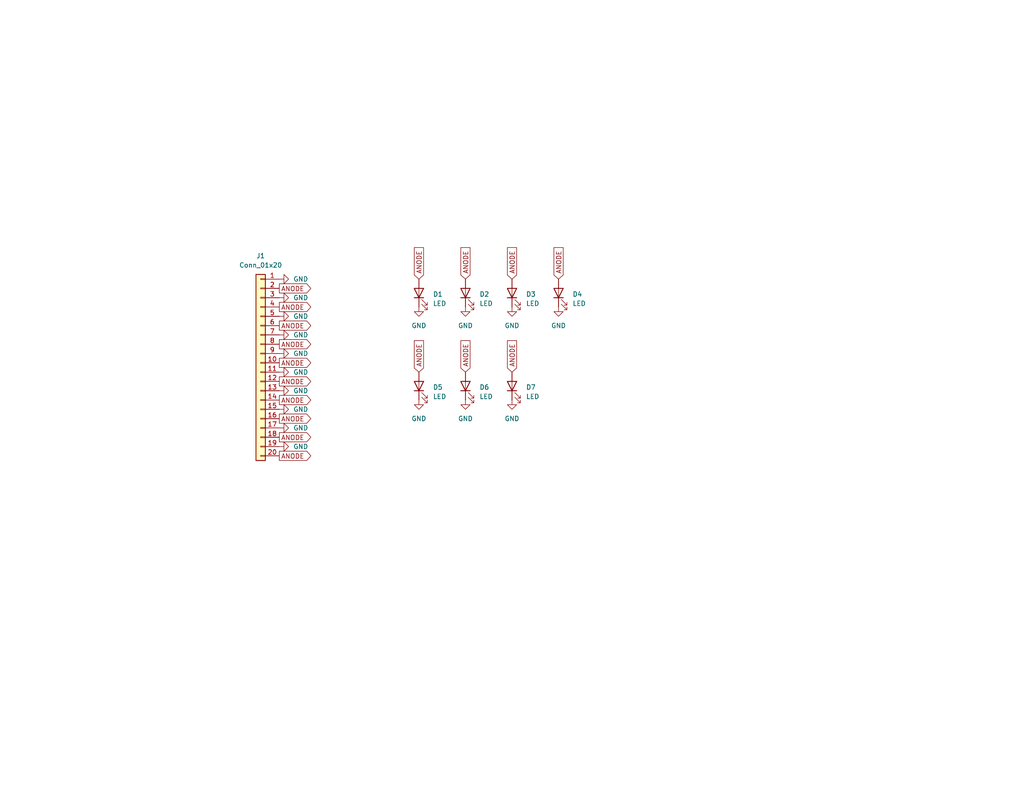
<source format=kicad_sch>
(kicad_sch (version 20211123) (generator eeschema)
  (paper "USLetter")
  (title_block (title "2021 Ornament") (date "2021-10-24") (rev "A") (company "Blaise Thompson"))
  (lib_symbols
    (symbol "Connector_Generic:Conn_01x20" (pin_names (offset 1.016) hide)
      (property "Reference" "J" (at 0 25.4 0))
      (property "Value" "Conn_01x20" (at 0 -27.94 0))
      (symbol "Conn_01x20_1_1"
        (rectangle (start -1.27 -25.273) (end 0 -25.527) (stroke (width 0.1524)))
        (rectangle (start -1.27 -22.733) (end 0 -22.987) (stroke (width 0.1524)))
        (rectangle (start -1.27 -20.193) (end 0 -20.447) (stroke (width 0.1524)))
        (rectangle (start -1.27 -17.653) (end 0 -17.907) (stroke (width 0.1524)))
        (rectangle (start -1.27 -15.113) (end 0 -15.367) (stroke (width 0.1524)))
        (rectangle (start -1.27 -12.573) (end 0 -12.827) (stroke (width 0.1524)))
        (rectangle (start -1.27 -10.033) (end 0 -10.287) (stroke (width 0.1524)))
        (rectangle (start -1.27 -7.493) (end 0 -7.747) (stroke (width 0.1524)))
        (rectangle (start -1.27 -4.953) (end 0 -5.207) (stroke (width 0.1524)))
        (rectangle (start -1.27 -2.413) (end 0 -2.667) (stroke (width 0.1524)))
        (rectangle (start -1.27 0.127) (end 0 -0.127) (stroke (width 0.1524)))
        (rectangle (start -1.27 2.667) (end 0 2.413) (stroke (width 0.1524)))
        (rectangle (start -1.27 5.207) (end 0 4.953) (stroke (width 0.1524)))
        (rectangle (start -1.27 7.747) (end 0 7.493) (stroke (width 0.1524)))
        (rectangle (start -1.27 10.287) (end 0 10.033) (stroke (width 0.1524)))
        (rectangle (start -1.27 12.827) (end 0 12.573) (stroke (width 0.1524)))
        (rectangle (start -1.27 15.367) (end 0 15.113) (stroke (width 0.1524)))
        (rectangle (start -1.27 17.907) (end 0 17.653) (stroke (width 0.1524)))
        (rectangle (start -1.27 20.447) (end 0 20.193) (stroke (width 0.1524)))
        (rectangle (start -1.27 22.987) (end 0 22.733) (stroke (width 0.1524)))
        (rectangle (start -1.27 24.13) (end 1.27 -26.67) (stroke (width 0.254)) (fill (type background)))
        (pin passive line (at -5.08 22.86 0) (length 3.81) (name "Pin_1") (number "1"))
        (pin passive line (at -5.08 0 0) (length 3.81) (name "Pin_10") (number "10"))
        (pin passive line (at -5.08 -2.54 0) (length 3.81) (name "Pin_11") (number "11"))
        (pin passive line (at -5.08 -5.08 0) (length 3.81) (name "Pin_12") (number "12"))
        (pin passive line (at -5.08 -7.62 0) (length 3.81) (name "Pin_13") (number "13"))
        (pin passive line (at -5.08 -10.16 0) (length 3.81) (name "Pin_14") (number "14"))
        (pin passive line (at -5.08 -12.7 0) (length 3.81) (name "Pin_15") (number "15"))
        (pin passive line (at -5.08 -15.24 0) (length 3.81) (name "Pin_16") (number "16"))
        (pin passive line (at -5.08 -17.78 0) (length 3.81) (name "Pin_17") (number "17"))
        (pin passive line (at -5.08 -20.32 0) (length 3.81) (name "Pin_18") (number "18"))
        (pin passive line (at -5.08 -22.86 0) (length 3.81) (name "Pin_19") (number "19"))
        (pin passive line (at -5.08 20.32 0) (length 3.81) (name "Pin_2") (number "2"))
        (pin passive line (at -5.08 -25.4 0) (length 3.81) (name "Pin_20") (number "20"))
        (pin passive line (at -5.08 17.78 0) (length 3.81) (name "Pin_3") (number "3"))
        (pin passive line (at -5.08 15.24 0) (length 3.81) (name "Pin_4") (number "4"))
        (pin passive line (at -5.08 12.7 0) (length 3.81) (name "Pin_5") (number "5"))
        (pin passive line (at -5.08 10.16 0) (length 3.81) (name "Pin_6") (number "6"))
        (pin passive line (at -5.08 7.62 0) (length 3.81) (name "Pin_7") (number "7"))
        (pin passive line (at -5.08 5.08 0) (length 3.81) (name "Pin_8") (number "8"))
        (pin passive line (at -5.08 2.54 0) (length 3.81) (name "Pin_9") (number "9"))
      )
    )
    (symbol "Device:LED" (pin_numbers hide) (pin_names (offset 1.016) hide)
      (property "Reference" "D" (at 0 2.54 0))
      (property "Value" "LED" (at 0 -2.54 0))
      (symbol "LED_0_1"
        (polyline (pts (xy -1.27 -1.27) (xy -1.27 1.27)) (stroke (width 0.254)))
        (polyline (pts (xy -1.27 0) (xy 1.27 0)))
        (polyline (pts (xy 1.27 -1.27) (xy 1.27 1.27) (xy -1.27 0) (xy 1.27 -1.27)) (stroke (width 0.254)))
        (polyline (pts (xy -3.048 -0.762) (xy -4.572 -2.286) (xy -3.81 -2.286) (xy -4.572 -2.286) (xy -4.572 -1.524)))
        (polyline (pts (xy -1.778 -0.762) (xy -3.302 -2.286) (xy -2.54 -2.286) (xy -3.302 -2.286) (xy -3.302 -1.524)))
      )
      (symbol "LED_1_1"
        (pin passive line (at -3.81 0 0) (length 2.54) (name "K") (number "1"))
        (pin passive line (at 3.81 0 180) (length 2.54) (name "A") (number "2"))
      )
    )
    (symbol "power:GND" (power) (pin_names (offset 0))
      (property "Value" "GND" (at 0 -3.81 0))
      (symbol "GND_0_1"
        (polyline (pts (xy 0 0) (xy 0 -1.27) (xy 1.27 -1.27) (xy 0 -2.54) (xy -1.27 -1.27) (xy 0 -1.27)))
      )
      (symbol "GND_1_1"
        (pin power_in line (at 0 0 270) (length 0) hide (name "GND") (number "1"))
      )
    )
  )
  (global_label "ANODE" (shape output) (at 76.2 124.46 0) (property "Intersheet References" "${INTERSHEET_REFS}" (effects hide)))
  (global_label "ANODE" (shape output) (at 76.2 109.22 0) (property "Intersheet References" "${INTERSHEET_REFS}" (effects hide)))
  (global_label "ANODE" (shape input) (at 139.7 76.2 90) (property "Intersheet References" "${INTERSHEET_REFS}" (effects hide)))
  (global_label "ANODE" (shape output) (at 76.2 119.38 0) (property "Intersheet References" "${INTERSHEET_REFS}" (effects hide)))
  (global_label "ANODE" (shape output) (at 76.2 93.98 0) (property "Intersheet References" "${INTERSHEET_REFS}" (effects hide)))
  (global_label "ANODE" (shape output) (at 76.2 78.74 0) (property "Intersheet References" "${INTERSHEET_REFS}" (effects hide)))
  (global_label "ANODE" (shape output) (at 76.2 83.82 0) (property "Intersheet References" "${INTERSHEET_REFS}" (effects hide)))
  (global_label "ANODE" (shape input) (at 114.3 101.6 90) (property "Intersheet References" "${INTERSHEET_REFS}" (effects hide)))
  (global_label "ANODE" (shape output) (at 76.2 88.9 0) (property "Intersheet References" "${INTERSHEET_REFS}" (effects hide)))
  (global_label "ANODE" (shape output) (at 76.2 114.3 0) (property "Intersheet References" "${INTERSHEET_REFS}" (effects hide)))
  (global_label "ANODE" (shape input) (at 114.3 76.2 90) (property "Intersheet References" "${INTERSHEET_REFS}" (effects hide)))
  (global_label "ANODE" (shape input) (at 152.4 76.2 90) (property "Intersheet References" "${INTERSHEET_REFS}" (effects hide)))
  (global_label "ANODE" (shape input) (at 127 76.2 90) (property "Intersheet References" "${INTERSHEET_REFS}" (effects hide)))
  (global_label "ANODE" (shape output) (at 76.2 104.14 0) (property "Intersheet References" "${INTERSHEET_REFS}" (effects hide)))
  (global_label "ANODE" (shape input) (at 139.7 101.6 90) (property "Intersheet References" "${INTERSHEET_REFS}" (effects hide)))
  (global_label "ANODE" (shape input) (at 127 101.6 90) (property "Intersheet References" "${INTERSHEET_REFS}" (effects hide)))
  (global_label "ANODE" (shape output) (at 76.2 99.06 0) (property "Intersheet References" "${INTERSHEET_REFS}" (effects hide)))
  (symbol (lib_id "power:GND") (at 139.7 109.22 0) (unit 1)
    (property "Reference" "#PWR0117" (effects hide))
    (property "Value" "GND" (at 139.7 114.3 0))
  )
  (symbol (lib_id "power:GND") (at 76.2 76.2 90) (unit 1)
    (property "Reference" "#PWR0115" (effects hide))
    (property "Value" "GND" (at 80.01 76.1999 90) (effects (justify right)))
  )
  (symbol (lib_id "power:GND") (at 114.3 83.82 0) (unit 1)
    (property "Reference" "#PWR0111" (effects hide))
    (property "Value" "GND" (at 114.3 88.9 0))
  )
  (symbol (lib_id "power:GND") (at 76.2 96.52 90) (unit 1)
    (property "Reference" "#PWR0105" (effects hide))
    (property "Value" "GND" (at 80.01 96.5199 90) (effects (justify right)))
  )
  (symbol (lib_id "power:GND") (at 76.2 101.6 90) (unit 1)
    (property "Reference" "#PWR0106" (effects hide))
    (property "Value" "GND" (at 80.01 101.5999 90) (effects (justify right)))
  )
  (symbol (lib_id "Device:LED") (at 127 105.41 90) (unit 1)
    (property "Reference" "D6" (at 130.81 105.7274 90) (effects (justify right)))
    (property "Value" "LED" (at 130.81 108.2674 90) (effects (justify right)))
    (property "Footprint" "LED_THT:LED_D3.0mm" (effects hide))
  )
  (symbol (lib_id "Connector_Generic:Conn_01x20") (at 71.12 99.06 0) (mirror y) (unit 1)
    (property "Reference" "J1" (at 71.12 69.85 0))
    (property "Value" "Conn_01x20" (at 71.12 72.39 0))
    (property "Footprint" "Connector_PinHeader_2.54mm:PinHeader_1x20_P2.54mm_Horizontal" (effects hide))
  )
  (symbol (lib_id "Device:LED") (at 152.4 80.01 90) (unit 1)
    (property "Reference" "D4" (at 156.21 80.3274 90) (effects (justify right)))
    (property "Value" "LED" (at 156.21 82.8674 90) (effects (justify right)))
    (property "Footprint" "LED_THT:LED_D3.0mm" (effects hide))
  )
  (symbol (lib_id "Device:LED") (at 114.3 80.01 90) (unit 1)
    (property "Reference" "D1" (at 118.11 80.3274 90) (effects (justify right)))
    (property "Value" "LED" (at 118.11 82.8674 90) (effects (justify right)))
    (property "Footprint" "LED_THT:LED_D3.0mm" (effects hide))
  )
  (symbol (lib_id "power:GND") (at 127 109.22 0) (unit 1)
    (property "Reference" "#PWR0113" (effects hide))
    (property "Value" "GND" (at 127 114.3 0))
  )
  (symbol (lib_id "power:GND") (at 76.2 81.28 90) (unit 1)
    (property "Reference" "#PWR0116" (effects hide))
    (property "Value" "GND" (at 80.01 81.2799 90) (effects (justify right)))
  )
  (symbol (lib_id "power:GND") (at 114.3 109.22 0) (unit 1)
    (property "Reference" "#PWR0112" (effects hide))
    (property "Value" "GND" (at 114.3 114.3 0))
  )
  (symbol (lib_id "power:GND") (at 76.2 116.84 90) (unit 1)
    (property "Reference" "#PWR0101" (effects hide))
    (property "Value" "GND" (at 80.01 116.8399 90) (effects (justify right)))
  )
  (symbol (lib_id "power:GND") (at 127 83.82 0) (unit 1)
    (property "Reference" "#PWR0110" (effects hide))
    (property "Value" "GND" (at 127 88.9 0))
  )
  (symbol (lib_id "Device:LED") (at 114.3 105.41 90) (unit 1)
    (property "Reference" "D5" (at 118.11 105.7274 90) (effects (justify right)))
    (property "Value" "LED" (at 118.11 108.2674 90) (effects (justify right)))
    (property "Footprint" "LED_THT:LED_D3.0mm" (effects hide))
  )
  (symbol (lib_id "Device:LED") (at 127 80.01 90) (unit 1)
    (property "Reference" "D2" (at 130.81 80.3274 90) (effects (justify right)))
    (property "Value" "LED" (at 130.81 82.8674 90) (effects (justify right)))
    (property "Footprint" "LED_THT:LED_D3.0mm" (effects hide))
  )
  (symbol (lib_id "Device:LED") (at 139.7 105.41 90) (unit 1)
    (property "Reference" "D7" (at 143.51 105.7274 90) (effects (justify right)))
    (property "Value" "LED" (at 143.51 108.2674 90) (effects (justify right)))
    (property "Footprint" "LED_THT:LED_D3.0mm" (effects hide))
  )
  (symbol (lib_id "power:GND") (at 76.2 91.44 90) (unit 1)
    (property "Reference" "#PWR0107" (effects hide))
    (property "Value" "GND" (at 80.01 91.4399 90) (effects (justify right)))
  )
  (symbol (lib_id "power:GND") (at 76.2 121.92 90) (unit 1)
    (property "Reference" "#PWR0102" (effects hide))
    (property "Value" "GND" (at 80.01 121.9199 90) (effects (justify right)))
  )
  (symbol (lib_id "power:GND") (at 76.2 106.68 90) (unit 1)
    (property "Reference" "#PWR0104" (effects hide))
    (property "Value" "GND" (at 80.01 106.6799 90) (effects (justify right)))
  )
  (symbol (lib_id "power:GND") (at 152.4 83.82 0) (unit 1)
    (property "Reference" "#PWR0109" (effects hide))
    (property "Value" "GND" (at 152.4 88.9 0))
  )
  (symbol (lib_id "power:GND") (at 76.2 86.36 90) (unit 1)
    (property "Reference" "#PWR0114" (effects hide))
    (property "Value" "GND" (at 80.01 86.3599 90) (effects (justify right)))
  )
  (symbol (lib_id "power:GND") (at 139.7 83.82 0) (unit 1)
    (property "Reference" "#PWR0108" (effects hide))
    (property "Value" "GND" (at 139.7 88.9 0))
  )
  (symbol (lib_id "Device:LED") (at 139.7 80.01 90) (unit 1)
    (property "Reference" "D3" (at 143.51 80.3274 90) (effects (justify right)))
    (property "Value" "LED" (at 143.51 82.8674 90) (effects (justify right)))
    (property "Footprint" "LED_THT:LED_D3.0mm" (effects hide))
  )
  (symbol (lib_id "power:GND") (at 76.2 111.76 90) (unit 1)
    (property "Reference" "#PWR0103" (effects hide))
    (property "Value" "GND" (at 80.01 111.7599 90) (effects (justify right)))
  )
)
</source>
